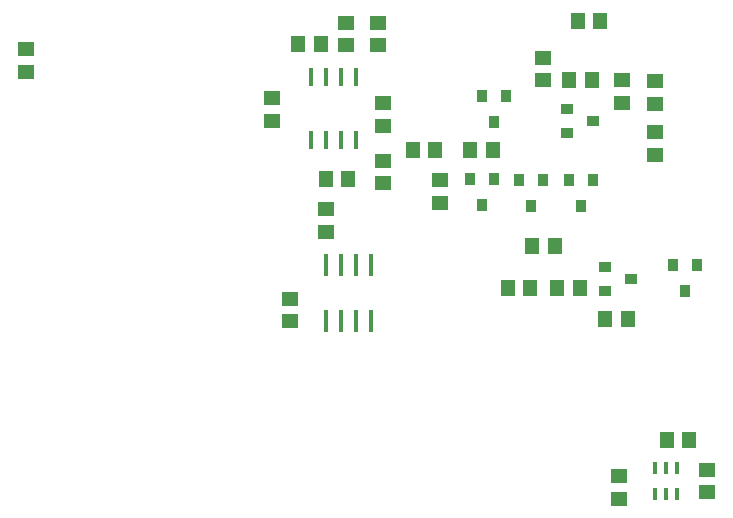
<source format=gbr>
%FSLAX23Y23*%
%MOIN*%
G04 EasyPC Gerber Version 17.0 Build 3379 *
%ADD10R,0.01600X0.04200*%
%ADD16R,0.01800X0.05900*%
%ADD12R,0.01800X0.07400*%
%ADD13R,0.03600X0.04400*%
%ADD14R,0.04700X0.05600*%
%ADD15R,0.04400X0.03600*%
%ADD11R,0.05600X0.04700*%
X0Y0D02*
D02*
D10*
X5092Y2068D03*
Y2152D03*
X5129Y2068D03*
Y2152D03*
X5167Y2068D03*
Y2152D03*
D02*
D11*
X2996Y3474D03*
Y3549D03*
X3816Y3310D03*
Y3385D03*
X3876Y2643D03*
Y2718D03*
X3995Y2941D03*
Y3016D03*
X4064Y3562D03*
Y3637D03*
X4171Y3562D03*
Y3637D03*
X4186Y3294D03*
Y3369D03*
X4187Y3103D03*
Y3178D03*
X4377Y3037D03*
Y3112D03*
X4720Y3446D03*
Y3521D03*
X4973Y2051D03*
Y2126D03*
X4982Y3370D03*
Y3445D03*
X5094Y3198D03*
Y3273D03*
Y3368D03*
Y3443D03*
X5267Y2072D03*
Y2147D03*
D02*
D12*
X3995Y2643D03*
Y2829D03*
X4045Y2643D03*
Y2829D03*
X4095Y2643D03*
Y2829D03*
X4145Y2643D03*
Y2829D03*
D02*
D13*
X4475Y3117D03*
X4515Y3030D03*
X4517Y3393D03*
X4555Y3117D03*
X4557Y3306D03*
X4597Y3393D03*
X4641Y3114D03*
X4681Y3027D03*
X4721Y3114D03*
X4806D03*
X4846Y3027D03*
X4886Y3114D03*
X5152Y2830D03*
X5192Y2743D03*
X5232Y2830D03*
D02*
D14*
X3904Y3566D03*
X3979D03*
X3996Y3117D03*
X4071D03*
X4285Y3212D03*
X4360D03*
X4478D03*
X4553D03*
X4602Y2754D03*
X4677D03*
X4684Y2892D03*
X4759D03*
X4767Y2754D03*
X4807Y3448D03*
X4835Y3643D03*
X4842Y2754D03*
X4882Y3448D03*
X4910Y3643D03*
X4927Y2649D03*
X5002D03*
X5133Y2248D03*
X5208D03*
D02*
D15*
X4801Y3271D03*
Y3351D03*
X4888Y3311D03*
X4927Y2742D03*
Y2822D03*
X5014Y2782D03*
D02*
D16*
X3945Y3247D03*
Y3456D03*
X3995Y3247D03*
Y3456D03*
X4045Y3247D03*
Y3456D03*
X4095Y3247D03*
Y3456D03*
X0Y0D02*
M02*

</source>
